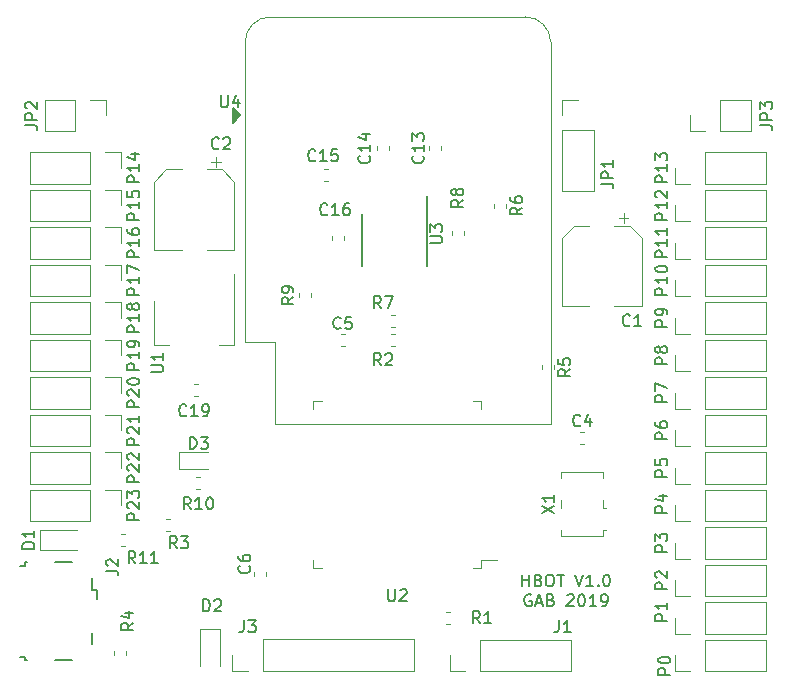
<source format=gbr>
G04 #@! TF.GenerationSoftware,KiCad,Pcbnew,(5.1.2-1)-1*
G04 #@! TF.CreationDate,2019-07-06T18:38:22+02:00*
G04 #@! TF.ProjectId,servonoid,73657276-6f6e-46f6-9964-2e6b69636164,rev?*
G04 #@! TF.SameCoordinates,Original*
G04 #@! TF.FileFunction,Legend,Top*
G04 #@! TF.FilePolarity,Positive*
%FSLAX46Y46*%
G04 Gerber Fmt 4.6, Leading zero omitted, Abs format (unit mm)*
G04 Created by KiCad (PCBNEW (5.1.2-1)-1) date 2019-07-06 18:38:22*
%MOMM*%
%LPD*%
G04 APERTURE LIST*
%ADD10C,0.175000*%
%ADD11C,0.120000*%
%ADD12C,0.150000*%
G04 APERTURE END LIST*
D10*
X162933523Y-121788880D02*
X162933523Y-120788880D01*
X162933523Y-121265071D02*
X163504952Y-121265071D01*
X163504952Y-121788880D02*
X163504952Y-120788880D01*
X164314476Y-121265071D02*
X164457333Y-121312690D01*
X164504952Y-121360309D01*
X164552571Y-121455547D01*
X164552571Y-121598404D01*
X164504952Y-121693642D01*
X164457333Y-121741261D01*
X164362095Y-121788880D01*
X163981142Y-121788880D01*
X163981142Y-120788880D01*
X164314476Y-120788880D01*
X164409714Y-120836500D01*
X164457333Y-120884119D01*
X164504952Y-120979357D01*
X164504952Y-121074595D01*
X164457333Y-121169833D01*
X164409714Y-121217452D01*
X164314476Y-121265071D01*
X163981142Y-121265071D01*
X165171619Y-120788880D02*
X165362095Y-120788880D01*
X165457333Y-120836500D01*
X165552571Y-120931738D01*
X165600190Y-121122214D01*
X165600190Y-121455547D01*
X165552571Y-121646023D01*
X165457333Y-121741261D01*
X165362095Y-121788880D01*
X165171619Y-121788880D01*
X165076380Y-121741261D01*
X164981142Y-121646023D01*
X164933523Y-121455547D01*
X164933523Y-121122214D01*
X164981142Y-120931738D01*
X165076380Y-120836500D01*
X165171619Y-120788880D01*
X165885904Y-120788880D02*
X166457333Y-120788880D01*
X166171619Y-121788880D02*
X166171619Y-120788880D01*
X167409714Y-120788880D02*
X167743047Y-121788880D01*
X168076380Y-120788880D01*
X168933523Y-121788880D02*
X168362095Y-121788880D01*
X168647809Y-121788880D02*
X168647809Y-120788880D01*
X168552571Y-120931738D01*
X168457333Y-121026976D01*
X168362095Y-121074595D01*
X169362095Y-121693642D02*
X169409714Y-121741261D01*
X169362095Y-121788880D01*
X169314476Y-121741261D01*
X169362095Y-121693642D01*
X169362095Y-121788880D01*
X170028761Y-120788880D02*
X170124000Y-120788880D01*
X170219238Y-120836500D01*
X170266857Y-120884119D01*
X170314476Y-120979357D01*
X170362095Y-121169833D01*
X170362095Y-121407928D01*
X170314476Y-121598404D01*
X170266857Y-121693642D01*
X170219238Y-121741261D01*
X170124000Y-121788880D01*
X170028761Y-121788880D01*
X169933523Y-121741261D01*
X169885904Y-121693642D01*
X169838285Y-121598404D01*
X169790666Y-121407928D01*
X169790666Y-121169833D01*
X169838285Y-120979357D01*
X169885904Y-120884119D01*
X169933523Y-120836500D01*
X170028761Y-120788880D01*
X163671619Y-122511500D02*
X163576380Y-122463880D01*
X163433523Y-122463880D01*
X163290666Y-122511500D01*
X163195428Y-122606738D01*
X163147809Y-122701976D01*
X163100190Y-122892452D01*
X163100190Y-123035309D01*
X163147809Y-123225785D01*
X163195428Y-123321023D01*
X163290666Y-123416261D01*
X163433523Y-123463880D01*
X163528761Y-123463880D01*
X163671619Y-123416261D01*
X163719238Y-123368642D01*
X163719238Y-123035309D01*
X163528761Y-123035309D01*
X164100190Y-123178166D02*
X164576380Y-123178166D01*
X164004952Y-123463880D02*
X164338285Y-122463880D01*
X164671619Y-123463880D01*
X165338285Y-122940071D02*
X165481142Y-122987690D01*
X165528761Y-123035309D01*
X165576380Y-123130547D01*
X165576380Y-123273404D01*
X165528761Y-123368642D01*
X165481142Y-123416261D01*
X165385904Y-123463880D01*
X165004952Y-123463880D01*
X165004952Y-122463880D01*
X165338285Y-122463880D01*
X165433523Y-122511500D01*
X165481142Y-122559119D01*
X165528761Y-122654357D01*
X165528761Y-122749595D01*
X165481142Y-122844833D01*
X165433523Y-122892452D01*
X165338285Y-122940071D01*
X165004952Y-122940071D01*
X166719238Y-122559119D02*
X166766857Y-122511500D01*
X166862095Y-122463880D01*
X167100190Y-122463880D01*
X167195428Y-122511500D01*
X167243047Y-122559119D01*
X167290666Y-122654357D01*
X167290666Y-122749595D01*
X167243047Y-122892452D01*
X166671619Y-123463880D01*
X167290666Y-123463880D01*
X167909714Y-122463880D02*
X168004952Y-122463880D01*
X168100190Y-122511500D01*
X168147809Y-122559119D01*
X168195428Y-122654357D01*
X168243047Y-122844833D01*
X168243047Y-123082928D01*
X168195428Y-123273404D01*
X168147809Y-123368642D01*
X168100190Y-123416261D01*
X168004952Y-123463880D01*
X167909714Y-123463880D01*
X167814476Y-123416261D01*
X167766857Y-123368642D01*
X167719238Y-123273404D01*
X167671619Y-123082928D01*
X167671619Y-122844833D01*
X167719238Y-122654357D01*
X167766857Y-122559119D01*
X167814476Y-122511500D01*
X167909714Y-122463880D01*
X169195428Y-123463880D02*
X168624000Y-123463880D01*
X168909714Y-123463880D02*
X168909714Y-122463880D01*
X168814476Y-122606738D01*
X168719238Y-122701976D01*
X168624000Y-122749595D01*
X169671619Y-123463880D02*
X169862095Y-123463880D01*
X169957333Y-123416261D01*
X170004952Y-123368642D01*
X170100190Y-123225785D01*
X170147809Y-123035309D01*
X170147809Y-122654357D01*
X170100190Y-122559119D01*
X170052571Y-122511500D01*
X169957333Y-122463880D01*
X169766857Y-122463880D01*
X169671619Y-122511500D01*
X169624000Y-122559119D01*
X169576380Y-122654357D01*
X169576380Y-122892452D01*
X169624000Y-122987690D01*
X169671619Y-123035309D01*
X169766857Y-123082928D01*
X169957333Y-123082928D01*
X170052571Y-123035309D01*
X170100190Y-122987690D01*
X170147809Y-122892452D01*
D11*
X128973733Y-117346000D02*
X129316267Y-117346000D01*
X128973733Y-118366000D02*
X129316267Y-118366000D01*
X142010000Y-108035000D02*
X165330000Y-108035000D01*
X139470000Y-101135000D02*
X139470000Y-75705000D01*
X165330000Y-108035000D02*
X165330000Y-75705000D01*
X163210000Y-73575000D02*
X141600000Y-73575000D01*
D12*
G36*
X138430000Y-81280000D02*
G01*
X138430000Y-82550000D01*
X139065000Y-81915000D01*
X138430000Y-81280000D01*
G37*
X138430000Y-81280000D02*
X138430000Y-82550000D01*
X139065000Y-81915000D01*
X138430000Y-81280000D01*
D11*
X139470000Y-101135000D02*
X142010000Y-101135000D01*
X142010000Y-101135000D02*
X142010000Y-108035000D01*
X139470000Y-75705000D02*
G75*
G02X141600000Y-73575000I2130000J0D01*
G01*
X163200000Y-73575000D02*
G75*
G02X165330000Y-75705000I0J-2130000D01*
G01*
X131736000Y-101360000D02*
X132996000Y-101360000D01*
X138556000Y-101360000D02*
X137296000Y-101360000D01*
X131736000Y-97600000D02*
X131736000Y-101360000D01*
X138556000Y-95350000D02*
X138556000Y-101360000D01*
X145935000Y-106055000D02*
X145235000Y-106055000D01*
X145235000Y-106055000D02*
X145235000Y-106755000D01*
X158755000Y-106055000D02*
X159455000Y-106055000D01*
X159455000Y-106055000D02*
X159455000Y-106755000D01*
X145935000Y-120275000D02*
X145235000Y-120275000D01*
X145235000Y-120275000D02*
X145235000Y-119575000D01*
X158755000Y-120275000D02*
X159455000Y-120275000D01*
X159455000Y-120275000D02*
X159455000Y-119575000D01*
X159455000Y-119575000D02*
X160820000Y-119575000D01*
X131736000Y-93310000D02*
X134086000Y-93310000D01*
X138556000Y-93310000D02*
X136206000Y-93310000D01*
X138556000Y-87554437D02*
X138556000Y-93310000D01*
X131736000Y-87554437D02*
X131736000Y-93310000D01*
X132800437Y-86490000D02*
X134086000Y-86490000D01*
X137491563Y-86490000D02*
X136206000Y-86490000D01*
X137491563Y-86490000D02*
X138556000Y-87554437D01*
X132800437Y-86490000D02*
X131736000Y-87554437D01*
X136993500Y-85462500D02*
X136993500Y-86250000D01*
X137387250Y-85856250D02*
X136599750Y-85856250D01*
X167835733Y-109730000D02*
X168178267Y-109730000D01*
X167835733Y-108710000D02*
X168178267Y-108710000D01*
X147543733Y-101475000D02*
X147886267Y-101475000D01*
X147543733Y-100455000D02*
X147886267Y-100455000D01*
X141226000Y-120591733D02*
X141226000Y-120934267D01*
X140206000Y-120591733D02*
X140206000Y-120934267D01*
X156085000Y-84866267D02*
X156085000Y-84523733D01*
X155065000Y-84866267D02*
X155065000Y-84523733D01*
X151640000Y-84523733D02*
X151640000Y-84866267D01*
X150620000Y-84523733D02*
X150620000Y-84866267D01*
X146461267Y-86485000D02*
X146118733Y-86485000D01*
X146461267Y-87505000D02*
X146118733Y-87505000D01*
X147830000Y-92143733D02*
X147830000Y-92486267D01*
X146810000Y-92143733D02*
X146810000Y-92486267D01*
X122072000Y-117006000D02*
X125222000Y-117006000D01*
X122072000Y-118706000D02*
X125222000Y-118706000D01*
X122072000Y-117006000D02*
X122072000Y-118706000D01*
X137375000Y-125374000D02*
X135675000Y-125374000D01*
X135675000Y-125374000D02*
X135675000Y-128524000D01*
X137375000Y-125374000D02*
X137375000Y-128524000D01*
D12*
X124784000Y-119760000D02*
X123384000Y-119760000D01*
X120984000Y-119760000D02*
X120834000Y-119760000D01*
X120834000Y-119760000D02*
X120834000Y-120060000D01*
X120834000Y-120060000D02*
X120384000Y-120060000D01*
X120384000Y-127760000D02*
X120834000Y-127760000D01*
X120834000Y-127760000D02*
X120834000Y-128060000D01*
X120834000Y-128060000D02*
X120984000Y-128060000D01*
X123384000Y-128060000D02*
X124784000Y-128060000D01*
X126959000Y-122835000D02*
X126959000Y-122110000D01*
X126959000Y-122110000D02*
X126534000Y-122110000D01*
X126534000Y-122110000D02*
X126534000Y-121110000D01*
X126534000Y-125710000D02*
X126534000Y-126710000D01*
D11*
X153730000Y-128930000D02*
X153730000Y-126270000D01*
X140970000Y-128930000D02*
X153730000Y-128930000D01*
X140970000Y-126270000D02*
X153730000Y-126270000D01*
X140970000Y-128930000D02*
X140970000Y-126270000D01*
X139700000Y-128930000D02*
X138370000Y-128930000D01*
X138370000Y-128930000D02*
X138370000Y-127600000D01*
X183575000Y-128965000D02*
X183575000Y-126305000D01*
X178435000Y-128965000D02*
X183575000Y-128965000D01*
X178435000Y-126305000D02*
X183575000Y-126305000D01*
X178435000Y-128965000D02*
X178435000Y-126305000D01*
X177165000Y-128965000D02*
X175835000Y-128965000D01*
X175835000Y-128965000D02*
X175835000Y-127635000D01*
X175835000Y-125790000D02*
X175835000Y-124460000D01*
X177165000Y-125790000D02*
X175835000Y-125790000D01*
X178435000Y-125790000D02*
X178435000Y-123130000D01*
X178435000Y-123130000D02*
X183575000Y-123130000D01*
X178435000Y-125790000D02*
X183575000Y-125790000D01*
X183575000Y-125790000D02*
X183575000Y-123130000D01*
X183575000Y-122615000D02*
X183575000Y-119955000D01*
X178435000Y-122615000D02*
X183575000Y-122615000D01*
X178435000Y-119955000D02*
X183575000Y-119955000D01*
X178435000Y-122615000D02*
X178435000Y-119955000D01*
X177165000Y-122615000D02*
X175835000Y-122615000D01*
X175835000Y-122615000D02*
X175835000Y-121285000D01*
X175835000Y-119440000D02*
X175835000Y-118110000D01*
X177165000Y-119440000D02*
X175835000Y-119440000D01*
X178435000Y-119440000D02*
X178435000Y-116780000D01*
X178435000Y-116780000D02*
X183575000Y-116780000D01*
X178435000Y-119440000D02*
X183575000Y-119440000D01*
X183575000Y-119440000D02*
X183575000Y-116780000D01*
X183575000Y-116265000D02*
X183575000Y-113605000D01*
X178435000Y-116265000D02*
X183575000Y-116265000D01*
X178435000Y-113605000D02*
X183575000Y-113605000D01*
X178435000Y-116265000D02*
X178435000Y-113605000D01*
X177165000Y-116265000D02*
X175835000Y-116265000D01*
X175835000Y-116265000D02*
X175835000Y-114935000D01*
X175835000Y-113090000D02*
X175835000Y-111760000D01*
X177165000Y-113090000D02*
X175835000Y-113090000D01*
X178435000Y-113090000D02*
X178435000Y-110430000D01*
X178435000Y-110430000D02*
X183575000Y-110430000D01*
X178435000Y-113090000D02*
X183575000Y-113090000D01*
X183575000Y-113090000D02*
X183575000Y-110430000D01*
X183575000Y-109915000D02*
X183575000Y-107255000D01*
X178435000Y-109915000D02*
X183575000Y-109915000D01*
X178435000Y-107255000D02*
X183575000Y-107255000D01*
X178435000Y-109915000D02*
X178435000Y-107255000D01*
X177165000Y-109915000D02*
X175835000Y-109915000D01*
X175835000Y-109915000D02*
X175835000Y-108585000D01*
X183575000Y-106740000D02*
X183575000Y-104080000D01*
X178435000Y-106740000D02*
X183575000Y-106740000D01*
X178435000Y-104080000D02*
X183575000Y-104080000D01*
X178435000Y-106740000D02*
X178435000Y-104080000D01*
X177165000Y-106740000D02*
X175835000Y-106740000D01*
X175835000Y-106740000D02*
X175835000Y-105410000D01*
X183575000Y-103565000D02*
X183575000Y-100905000D01*
X178435000Y-103565000D02*
X183575000Y-103565000D01*
X178435000Y-100905000D02*
X183575000Y-100905000D01*
X178435000Y-103565000D02*
X178435000Y-100905000D01*
X177165000Y-103565000D02*
X175835000Y-103565000D01*
X175835000Y-103565000D02*
X175835000Y-102235000D01*
X175835000Y-100390000D02*
X175835000Y-99060000D01*
X177165000Y-100390000D02*
X175835000Y-100390000D01*
X178435000Y-100390000D02*
X178435000Y-97730000D01*
X178435000Y-97730000D02*
X183575000Y-97730000D01*
X178435000Y-100390000D02*
X183575000Y-100390000D01*
X183575000Y-100390000D02*
X183575000Y-97730000D01*
X183575000Y-97215000D02*
X183575000Y-94555000D01*
X178435000Y-97215000D02*
X183575000Y-97215000D01*
X178435000Y-94555000D02*
X183575000Y-94555000D01*
X178435000Y-97215000D02*
X178435000Y-94555000D01*
X177165000Y-97215000D02*
X175835000Y-97215000D01*
X175835000Y-97215000D02*
X175835000Y-95885000D01*
X175835000Y-94040000D02*
X175835000Y-92710000D01*
X177165000Y-94040000D02*
X175835000Y-94040000D01*
X178435000Y-94040000D02*
X178435000Y-91380000D01*
X178435000Y-91380000D02*
X183575000Y-91380000D01*
X178435000Y-94040000D02*
X183575000Y-94040000D01*
X183575000Y-94040000D02*
X183575000Y-91380000D01*
X183575000Y-90865000D02*
X183575000Y-88205000D01*
X178435000Y-90865000D02*
X183575000Y-90865000D01*
X178435000Y-88205000D02*
X183575000Y-88205000D01*
X178435000Y-90865000D02*
X178435000Y-88205000D01*
X177165000Y-90865000D02*
X175835000Y-90865000D01*
X175835000Y-90865000D02*
X175835000Y-89535000D01*
X175835000Y-87690000D02*
X175835000Y-86360000D01*
X177165000Y-87690000D02*
X175835000Y-87690000D01*
X178435000Y-87690000D02*
X178435000Y-85030000D01*
X178435000Y-85030000D02*
X183575000Y-85030000D01*
X178435000Y-87690000D02*
X183575000Y-87690000D01*
X183575000Y-87690000D02*
X183575000Y-85030000D01*
X128965000Y-85030000D02*
X128965000Y-86360000D01*
X127635000Y-85030000D02*
X128965000Y-85030000D01*
X126365000Y-85030000D02*
X126365000Y-87690000D01*
X126365000Y-87690000D02*
X121225000Y-87690000D01*
X126365000Y-85030000D02*
X121225000Y-85030000D01*
X121225000Y-85030000D02*
X121225000Y-87690000D01*
X128965000Y-88205000D02*
X128965000Y-89535000D01*
X127635000Y-88205000D02*
X128965000Y-88205000D01*
X126365000Y-88205000D02*
X126365000Y-90865000D01*
X126365000Y-90865000D02*
X121225000Y-90865000D01*
X126365000Y-88205000D02*
X121225000Y-88205000D01*
X121225000Y-88205000D02*
X121225000Y-90865000D01*
X121225000Y-91380000D02*
X121225000Y-94040000D01*
X126365000Y-91380000D02*
X121225000Y-91380000D01*
X126365000Y-94040000D02*
X121225000Y-94040000D01*
X126365000Y-91380000D02*
X126365000Y-94040000D01*
X127635000Y-91380000D02*
X128965000Y-91380000D01*
X128965000Y-91380000D02*
X128965000Y-92710000D01*
X128965000Y-94555000D02*
X128965000Y-95885000D01*
X127635000Y-94555000D02*
X128965000Y-94555000D01*
X126365000Y-94555000D02*
X126365000Y-97215000D01*
X126365000Y-97215000D02*
X121225000Y-97215000D01*
X126365000Y-94555000D02*
X121225000Y-94555000D01*
X121225000Y-94555000D02*
X121225000Y-97215000D01*
X128965000Y-97730000D02*
X128965000Y-99060000D01*
X127635000Y-97730000D02*
X128965000Y-97730000D01*
X126365000Y-97730000D02*
X126365000Y-100390000D01*
X126365000Y-100390000D02*
X121225000Y-100390000D01*
X126365000Y-97730000D02*
X121225000Y-97730000D01*
X121225000Y-97730000D02*
X121225000Y-100390000D01*
X121225000Y-100905000D02*
X121225000Y-103565000D01*
X126365000Y-100905000D02*
X121225000Y-100905000D01*
X126365000Y-103565000D02*
X121225000Y-103565000D01*
X126365000Y-100905000D02*
X126365000Y-103565000D01*
X127635000Y-100905000D02*
X128965000Y-100905000D01*
X128965000Y-100905000D02*
X128965000Y-102235000D01*
X128965000Y-104080000D02*
X128965000Y-105410000D01*
X127635000Y-104080000D02*
X128965000Y-104080000D01*
X126365000Y-104080000D02*
X126365000Y-106740000D01*
X126365000Y-106740000D02*
X121225000Y-106740000D01*
X126365000Y-104080000D02*
X121225000Y-104080000D01*
X121225000Y-104080000D02*
X121225000Y-106740000D01*
X121225000Y-107255000D02*
X121225000Y-109915000D01*
X126365000Y-107255000D02*
X121225000Y-107255000D01*
X126365000Y-109915000D02*
X121225000Y-109915000D01*
X126365000Y-107255000D02*
X126365000Y-109915000D01*
X127635000Y-107255000D02*
X128965000Y-107255000D01*
X128965000Y-107255000D02*
X128965000Y-108585000D01*
X128965000Y-110430000D02*
X128965000Y-111760000D01*
X127635000Y-110430000D02*
X128965000Y-110430000D01*
X126365000Y-110430000D02*
X126365000Y-113090000D01*
X126365000Y-113090000D02*
X121225000Y-113090000D01*
X126365000Y-110430000D02*
X121225000Y-110430000D01*
X121225000Y-110430000D02*
X121225000Y-113090000D01*
X121225000Y-113605000D02*
X121225000Y-116265000D01*
X126365000Y-113605000D02*
X121225000Y-113605000D01*
X126365000Y-116265000D02*
X121225000Y-116265000D01*
X126365000Y-113605000D02*
X126365000Y-116265000D01*
X127635000Y-113605000D02*
X128965000Y-113605000D01*
X128965000Y-113605000D02*
X128965000Y-114935000D01*
X156776267Y-124970000D02*
X156433733Y-124970000D01*
X156776267Y-123950000D02*
X156433733Y-123950000D01*
X151833733Y-101475000D02*
X152176267Y-101475000D01*
X151833733Y-100455000D02*
X152176267Y-100455000D01*
X132783733Y-117096000D02*
X133126267Y-117096000D01*
X132783733Y-116076000D02*
X133126267Y-116076000D01*
X129415000Y-127223733D02*
X129415000Y-127566267D01*
X128395000Y-127223733D02*
X128395000Y-127566267D01*
X165610000Y-103065733D02*
X165610000Y-103408267D01*
X164590000Y-103065733D02*
X164590000Y-103408267D01*
X160526000Y-89377733D02*
X160526000Y-89720267D01*
X161546000Y-89377733D02*
X161546000Y-89720267D01*
D12*
X149365000Y-90285000D02*
X149365000Y-94685000D01*
X154890000Y-88710000D02*
X154890000Y-94685000D01*
D11*
X166178000Y-112638000D02*
X166178000Y-112108000D01*
X166178000Y-112108000D02*
X169778000Y-112108000D01*
X169778000Y-112108000D02*
X169778000Y-112638000D01*
X166178000Y-115178000D02*
X166178000Y-114438000D01*
X170018000Y-116978000D02*
X169778000Y-116978000D01*
X169778000Y-116978000D02*
X169778000Y-117508000D01*
X169778000Y-117508000D02*
X166178000Y-117508000D01*
X166178000Y-117508000D02*
X166178000Y-116978000D01*
X169778000Y-114438000D02*
X169778000Y-115178000D01*
X169778000Y-115178000D02*
X170018000Y-115178000D01*
X152176267Y-98804000D02*
X151833733Y-98804000D01*
X152176267Y-99824000D02*
X151833733Y-99824000D01*
X156970000Y-92006267D02*
X156970000Y-91663733D01*
X157990000Y-92006267D02*
X157990000Y-91663733D01*
X167065000Y-128965000D02*
X167065000Y-126305000D01*
X159385000Y-128965000D02*
X167065000Y-128965000D01*
X159385000Y-126305000D02*
X167065000Y-126305000D01*
X159385000Y-128965000D02*
X159385000Y-126305000D01*
X158115000Y-128965000D02*
X156785000Y-128965000D01*
X156785000Y-128965000D02*
X156785000Y-127635000D01*
X144016000Y-97312267D02*
X144016000Y-96969733D01*
X145036000Y-97312267D02*
X145036000Y-96969733D01*
X166310000Y-88325000D02*
X168970000Y-88325000D01*
X166310000Y-83185000D02*
X166310000Y-88325000D01*
X168970000Y-83185000D02*
X168970000Y-88325000D01*
X166310000Y-83185000D02*
X168970000Y-83185000D01*
X166310000Y-81915000D02*
X166310000Y-80585000D01*
X166310000Y-80585000D02*
X167640000Y-80585000D01*
X122495000Y-80585000D02*
X122495000Y-83245000D01*
X125095000Y-80585000D02*
X122495000Y-80585000D01*
X125095000Y-83245000D02*
X122495000Y-83245000D01*
X125095000Y-80585000D02*
X125095000Y-83245000D01*
X126365000Y-80585000D02*
X127695000Y-80585000D01*
X127695000Y-80585000D02*
X127695000Y-81915000D01*
X177105000Y-83245000D02*
X177105000Y-81915000D01*
X178435000Y-83245000D02*
X177105000Y-83245000D01*
X179705000Y-83245000D02*
X179705000Y-80585000D01*
X179705000Y-80585000D02*
X182305000Y-80585000D01*
X179705000Y-83245000D02*
X182305000Y-83245000D01*
X182305000Y-83245000D02*
X182305000Y-80585000D01*
X166262000Y-98058000D02*
X168612000Y-98058000D01*
X173082000Y-98058000D02*
X170732000Y-98058000D01*
X173082000Y-92302437D02*
X173082000Y-98058000D01*
X166262000Y-92302437D02*
X166262000Y-98058000D01*
X167326437Y-91238000D02*
X168612000Y-91238000D01*
X172017563Y-91238000D02*
X170732000Y-91238000D01*
X172017563Y-91238000D02*
X173082000Y-92302437D01*
X167326437Y-91238000D02*
X166262000Y-92302437D01*
X171519500Y-90210500D02*
X171519500Y-90998000D01*
X171913250Y-90604250D02*
X171125750Y-90604250D01*
X135097733Y-104646000D02*
X135440267Y-104646000D01*
X135097733Y-105666000D02*
X135440267Y-105666000D01*
X136323000Y-110390000D02*
X133863000Y-110390000D01*
X133863000Y-110390000D02*
X133863000Y-111860000D01*
X133863000Y-111860000D02*
X136323000Y-111860000D01*
X135323733Y-112520000D02*
X135666267Y-112520000D01*
X135323733Y-113540000D02*
X135666267Y-113540000D01*
D12*
X130167142Y-119832380D02*
X129833809Y-119356190D01*
X129595714Y-119832380D02*
X129595714Y-118832380D01*
X129976666Y-118832380D01*
X130071904Y-118880000D01*
X130119523Y-118927619D01*
X130167142Y-119022857D01*
X130167142Y-119165714D01*
X130119523Y-119260952D01*
X130071904Y-119308571D01*
X129976666Y-119356190D01*
X129595714Y-119356190D01*
X131119523Y-119832380D02*
X130548095Y-119832380D01*
X130833809Y-119832380D02*
X130833809Y-118832380D01*
X130738571Y-118975238D01*
X130643333Y-119070476D01*
X130548095Y-119118095D01*
X132071904Y-119832380D02*
X131500476Y-119832380D01*
X131786190Y-119832380D02*
X131786190Y-118832380D01*
X131690952Y-118975238D01*
X131595714Y-119070476D01*
X131500476Y-119118095D01*
X137414095Y-80224380D02*
X137414095Y-81033904D01*
X137461714Y-81129142D01*
X137509333Y-81176761D01*
X137604571Y-81224380D01*
X137795047Y-81224380D01*
X137890285Y-81176761D01*
X137937904Y-81129142D01*
X137985523Y-81033904D01*
X137985523Y-80224380D01*
X138890285Y-80557714D02*
X138890285Y-81224380D01*
X138652190Y-80176761D02*
X138414095Y-80891047D01*
X139033142Y-80891047D01*
X131532380Y-103631904D02*
X132341904Y-103631904D01*
X132437142Y-103584285D01*
X132484761Y-103536666D01*
X132532380Y-103441428D01*
X132532380Y-103250952D01*
X132484761Y-103155714D01*
X132437142Y-103108095D01*
X132341904Y-103060476D01*
X131532380Y-103060476D01*
X132532380Y-102060476D02*
X132532380Y-102631904D01*
X132532380Y-102346190D02*
X131532380Y-102346190D01*
X131675238Y-102441428D01*
X131770476Y-102536666D01*
X131818095Y-102631904D01*
X151583095Y-122037380D02*
X151583095Y-122846904D01*
X151630714Y-122942142D01*
X151678333Y-122989761D01*
X151773571Y-123037380D01*
X151964047Y-123037380D01*
X152059285Y-122989761D01*
X152106904Y-122942142D01*
X152154523Y-122846904D01*
X152154523Y-122037380D01*
X152583095Y-122132619D02*
X152630714Y-122085000D01*
X152725952Y-122037380D01*
X152964047Y-122037380D01*
X153059285Y-122085000D01*
X153106904Y-122132619D01*
X153154523Y-122227857D01*
X153154523Y-122323095D01*
X153106904Y-122465952D01*
X152535476Y-123037380D01*
X153154523Y-123037380D01*
X137247333Y-84685142D02*
X137199714Y-84732761D01*
X137056857Y-84780380D01*
X136961619Y-84780380D01*
X136818761Y-84732761D01*
X136723523Y-84637523D01*
X136675904Y-84542285D01*
X136628285Y-84351809D01*
X136628285Y-84208952D01*
X136675904Y-84018476D01*
X136723523Y-83923238D01*
X136818761Y-83828000D01*
X136961619Y-83780380D01*
X137056857Y-83780380D01*
X137199714Y-83828000D01*
X137247333Y-83875619D01*
X137628285Y-83875619D02*
X137675904Y-83828000D01*
X137771142Y-83780380D01*
X138009238Y-83780380D01*
X138104476Y-83828000D01*
X138152095Y-83875619D01*
X138199714Y-83970857D01*
X138199714Y-84066095D01*
X138152095Y-84208952D01*
X137580666Y-84780380D01*
X138199714Y-84780380D01*
X167840333Y-108147142D02*
X167792714Y-108194761D01*
X167649857Y-108242380D01*
X167554619Y-108242380D01*
X167411761Y-108194761D01*
X167316523Y-108099523D01*
X167268904Y-108004285D01*
X167221285Y-107813809D01*
X167221285Y-107670952D01*
X167268904Y-107480476D01*
X167316523Y-107385238D01*
X167411761Y-107290000D01*
X167554619Y-107242380D01*
X167649857Y-107242380D01*
X167792714Y-107290000D01*
X167840333Y-107337619D01*
X168697476Y-107575714D02*
X168697476Y-108242380D01*
X168459380Y-107194761D02*
X168221285Y-107909047D01*
X168840333Y-107909047D01*
X147548333Y-99892142D02*
X147500714Y-99939761D01*
X147357857Y-99987380D01*
X147262619Y-99987380D01*
X147119761Y-99939761D01*
X147024523Y-99844523D01*
X146976904Y-99749285D01*
X146929285Y-99558809D01*
X146929285Y-99415952D01*
X146976904Y-99225476D01*
X147024523Y-99130238D01*
X147119761Y-99035000D01*
X147262619Y-98987380D01*
X147357857Y-98987380D01*
X147500714Y-99035000D01*
X147548333Y-99082619D01*
X148453095Y-98987380D02*
X147976904Y-98987380D01*
X147929285Y-99463571D01*
X147976904Y-99415952D01*
X148072142Y-99368333D01*
X148310238Y-99368333D01*
X148405476Y-99415952D01*
X148453095Y-99463571D01*
X148500714Y-99558809D01*
X148500714Y-99796904D01*
X148453095Y-99892142D01*
X148405476Y-99939761D01*
X148310238Y-99987380D01*
X148072142Y-99987380D01*
X147976904Y-99939761D01*
X147929285Y-99892142D01*
X139803142Y-120054666D02*
X139850761Y-120102285D01*
X139898380Y-120245142D01*
X139898380Y-120340380D01*
X139850761Y-120483238D01*
X139755523Y-120578476D01*
X139660285Y-120626095D01*
X139469809Y-120673714D01*
X139326952Y-120673714D01*
X139136476Y-120626095D01*
X139041238Y-120578476D01*
X138946000Y-120483238D01*
X138898380Y-120340380D01*
X138898380Y-120245142D01*
X138946000Y-120102285D01*
X138993619Y-120054666D01*
X138898380Y-119197523D02*
X138898380Y-119388000D01*
X138946000Y-119483238D01*
X138993619Y-119530857D01*
X139136476Y-119626095D01*
X139326952Y-119673714D01*
X139707904Y-119673714D01*
X139803142Y-119626095D01*
X139850761Y-119578476D01*
X139898380Y-119483238D01*
X139898380Y-119292761D01*
X139850761Y-119197523D01*
X139803142Y-119149904D01*
X139707904Y-119102285D01*
X139469809Y-119102285D01*
X139374571Y-119149904D01*
X139326952Y-119197523D01*
X139279333Y-119292761D01*
X139279333Y-119483238D01*
X139326952Y-119578476D01*
X139374571Y-119626095D01*
X139469809Y-119673714D01*
X154502142Y-85337857D02*
X154549761Y-85385476D01*
X154597380Y-85528333D01*
X154597380Y-85623571D01*
X154549761Y-85766428D01*
X154454523Y-85861666D01*
X154359285Y-85909285D01*
X154168809Y-85956904D01*
X154025952Y-85956904D01*
X153835476Y-85909285D01*
X153740238Y-85861666D01*
X153645000Y-85766428D01*
X153597380Y-85623571D01*
X153597380Y-85528333D01*
X153645000Y-85385476D01*
X153692619Y-85337857D01*
X154597380Y-84385476D02*
X154597380Y-84956904D01*
X154597380Y-84671190D02*
X153597380Y-84671190D01*
X153740238Y-84766428D01*
X153835476Y-84861666D01*
X153883095Y-84956904D01*
X153597380Y-84052142D02*
X153597380Y-83433095D01*
X153978333Y-83766428D01*
X153978333Y-83623571D01*
X154025952Y-83528333D01*
X154073571Y-83480714D01*
X154168809Y-83433095D01*
X154406904Y-83433095D01*
X154502142Y-83480714D01*
X154549761Y-83528333D01*
X154597380Y-83623571D01*
X154597380Y-83909285D01*
X154549761Y-84004523D01*
X154502142Y-84052142D01*
X149963142Y-85337857D02*
X150010761Y-85385476D01*
X150058380Y-85528333D01*
X150058380Y-85623571D01*
X150010761Y-85766428D01*
X149915523Y-85861666D01*
X149820285Y-85909285D01*
X149629809Y-85956904D01*
X149486952Y-85956904D01*
X149296476Y-85909285D01*
X149201238Y-85861666D01*
X149106000Y-85766428D01*
X149058380Y-85623571D01*
X149058380Y-85528333D01*
X149106000Y-85385476D01*
X149153619Y-85337857D01*
X150058380Y-84385476D02*
X150058380Y-84956904D01*
X150058380Y-84671190D02*
X149058380Y-84671190D01*
X149201238Y-84766428D01*
X149296476Y-84861666D01*
X149344095Y-84956904D01*
X149391714Y-83528333D02*
X150058380Y-83528333D01*
X149010761Y-83766428D02*
X149725047Y-84004523D01*
X149725047Y-83385476D01*
X145407142Y-85701142D02*
X145359523Y-85748761D01*
X145216666Y-85796380D01*
X145121428Y-85796380D01*
X144978571Y-85748761D01*
X144883333Y-85653523D01*
X144835714Y-85558285D01*
X144788095Y-85367809D01*
X144788095Y-85224952D01*
X144835714Y-85034476D01*
X144883333Y-84939238D01*
X144978571Y-84844000D01*
X145121428Y-84796380D01*
X145216666Y-84796380D01*
X145359523Y-84844000D01*
X145407142Y-84891619D01*
X146359523Y-85796380D02*
X145788095Y-85796380D01*
X146073809Y-85796380D02*
X146073809Y-84796380D01*
X145978571Y-84939238D01*
X145883333Y-85034476D01*
X145788095Y-85082095D01*
X147264285Y-84796380D02*
X146788095Y-84796380D01*
X146740476Y-85272571D01*
X146788095Y-85224952D01*
X146883333Y-85177333D01*
X147121428Y-85177333D01*
X147216666Y-85224952D01*
X147264285Y-85272571D01*
X147311904Y-85367809D01*
X147311904Y-85605904D01*
X147264285Y-85701142D01*
X147216666Y-85748761D01*
X147121428Y-85796380D01*
X146883333Y-85796380D01*
X146788095Y-85748761D01*
X146740476Y-85701142D01*
X146423142Y-90273142D02*
X146375523Y-90320761D01*
X146232666Y-90368380D01*
X146137428Y-90368380D01*
X145994571Y-90320761D01*
X145899333Y-90225523D01*
X145851714Y-90130285D01*
X145804095Y-89939809D01*
X145804095Y-89796952D01*
X145851714Y-89606476D01*
X145899333Y-89511238D01*
X145994571Y-89416000D01*
X146137428Y-89368380D01*
X146232666Y-89368380D01*
X146375523Y-89416000D01*
X146423142Y-89463619D01*
X147375523Y-90368380D02*
X146804095Y-90368380D01*
X147089809Y-90368380D02*
X147089809Y-89368380D01*
X146994571Y-89511238D01*
X146899333Y-89606476D01*
X146804095Y-89654095D01*
X148232666Y-89368380D02*
X148042190Y-89368380D01*
X147946952Y-89416000D01*
X147899333Y-89463619D01*
X147804095Y-89606476D01*
X147756476Y-89796952D01*
X147756476Y-90177904D01*
X147804095Y-90273142D01*
X147851714Y-90320761D01*
X147946952Y-90368380D01*
X148137428Y-90368380D01*
X148232666Y-90320761D01*
X148280285Y-90273142D01*
X148327904Y-90177904D01*
X148327904Y-89939809D01*
X148280285Y-89844571D01*
X148232666Y-89796952D01*
X148137428Y-89749333D01*
X147946952Y-89749333D01*
X147851714Y-89796952D01*
X147804095Y-89844571D01*
X147756476Y-89939809D01*
X121610380Y-118594095D02*
X120610380Y-118594095D01*
X120610380Y-118356000D01*
X120658000Y-118213142D01*
X120753238Y-118117904D01*
X120848476Y-118070285D01*
X121038952Y-118022666D01*
X121181809Y-118022666D01*
X121372285Y-118070285D01*
X121467523Y-118117904D01*
X121562761Y-118213142D01*
X121610380Y-118356000D01*
X121610380Y-118594095D01*
X121610380Y-117070285D02*
X121610380Y-117641714D01*
X121610380Y-117356000D02*
X120610380Y-117356000D01*
X120753238Y-117451238D01*
X120848476Y-117546476D01*
X120896095Y-117641714D01*
X135913904Y-123896380D02*
X135913904Y-122896380D01*
X136152000Y-122896380D01*
X136294857Y-122944000D01*
X136390095Y-123039238D01*
X136437714Y-123134476D01*
X136485333Y-123324952D01*
X136485333Y-123467809D01*
X136437714Y-123658285D01*
X136390095Y-123753523D01*
X136294857Y-123848761D01*
X136152000Y-123896380D01*
X135913904Y-123896380D01*
X136866285Y-122991619D02*
X136913904Y-122944000D01*
X137009142Y-122896380D01*
X137247238Y-122896380D01*
X137342476Y-122944000D01*
X137390095Y-122991619D01*
X137437714Y-123086857D01*
X137437714Y-123182095D01*
X137390095Y-123324952D01*
X136818666Y-123896380D01*
X137437714Y-123896380D01*
X127722380Y-120475333D02*
X128436666Y-120475333D01*
X128579523Y-120522952D01*
X128674761Y-120618190D01*
X128722380Y-120761047D01*
X128722380Y-120856285D01*
X127817619Y-120046761D02*
X127770000Y-119999142D01*
X127722380Y-119903904D01*
X127722380Y-119665809D01*
X127770000Y-119570571D01*
X127817619Y-119522952D01*
X127912857Y-119475333D01*
X128008095Y-119475333D01*
X128150952Y-119522952D01*
X128722380Y-120094380D01*
X128722380Y-119475333D01*
X139366666Y-124674380D02*
X139366666Y-125388666D01*
X139319047Y-125531523D01*
X139223809Y-125626761D01*
X139080952Y-125674380D01*
X138985714Y-125674380D01*
X139747619Y-124674380D02*
X140366666Y-124674380D01*
X140033333Y-125055333D01*
X140176190Y-125055333D01*
X140271428Y-125102952D01*
X140319047Y-125150571D01*
X140366666Y-125245809D01*
X140366666Y-125483904D01*
X140319047Y-125579142D01*
X140271428Y-125626761D01*
X140176190Y-125674380D01*
X139890476Y-125674380D01*
X139795238Y-125626761D01*
X139747619Y-125579142D01*
X175458380Y-129262095D02*
X174458380Y-129262095D01*
X174458380Y-128881142D01*
X174506000Y-128785904D01*
X174553619Y-128738285D01*
X174648857Y-128690666D01*
X174791714Y-128690666D01*
X174886952Y-128738285D01*
X174934571Y-128785904D01*
X174982190Y-128881142D01*
X174982190Y-129262095D01*
X174458380Y-128071619D02*
X174458380Y-127976380D01*
X174506000Y-127881142D01*
X174553619Y-127833523D01*
X174648857Y-127785904D01*
X174839333Y-127738285D01*
X175077428Y-127738285D01*
X175267904Y-127785904D01*
X175363142Y-127833523D01*
X175410761Y-127881142D01*
X175458380Y-127976380D01*
X175458380Y-128071619D01*
X175410761Y-128166857D01*
X175363142Y-128214476D01*
X175267904Y-128262095D01*
X175077428Y-128309714D01*
X174839333Y-128309714D01*
X174648857Y-128262095D01*
X174553619Y-128214476D01*
X174506000Y-128166857D01*
X174458380Y-128071619D01*
X175204380Y-124690095D02*
X174204380Y-124690095D01*
X174204380Y-124309142D01*
X174252000Y-124213904D01*
X174299619Y-124166285D01*
X174394857Y-124118666D01*
X174537714Y-124118666D01*
X174632952Y-124166285D01*
X174680571Y-124213904D01*
X174728190Y-124309142D01*
X174728190Y-124690095D01*
X175204380Y-123166285D02*
X175204380Y-123737714D01*
X175204380Y-123452000D02*
X174204380Y-123452000D01*
X174347238Y-123547238D01*
X174442476Y-123642476D01*
X174490095Y-123737714D01*
X175204380Y-122023095D02*
X174204380Y-122023095D01*
X174204380Y-121642142D01*
X174252000Y-121546904D01*
X174299619Y-121499285D01*
X174394857Y-121451666D01*
X174537714Y-121451666D01*
X174632952Y-121499285D01*
X174680571Y-121546904D01*
X174728190Y-121642142D01*
X174728190Y-122023095D01*
X174299619Y-121070714D02*
X174252000Y-121023095D01*
X174204380Y-120927857D01*
X174204380Y-120689761D01*
X174252000Y-120594523D01*
X174299619Y-120546904D01*
X174394857Y-120499285D01*
X174490095Y-120499285D01*
X174632952Y-120546904D01*
X175204380Y-121118333D01*
X175204380Y-120499285D01*
X175204380Y-118848095D02*
X174204380Y-118848095D01*
X174204380Y-118467142D01*
X174252000Y-118371904D01*
X174299619Y-118324285D01*
X174394857Y-118276666D01*
X174537714Y-118276666D01*
X174632952Y-118324285D01*
X174680571Y-118371904D01*
X174728190Y-118467142D01*
X174728190Y-118848095D01*
X174204380Y-117943333D02*
X174204380Y-117324285D01*
X174585333Y-117657619D01*
X174585333Y-117514761D01*
X174632952Y-117419523D01*
X174680571Y-117371904D01*
X174775809Y-117324285D01*
X175013904Y-117324285D01*
X175109142Y-117371904D01*
X175156761Y-117419523D01*
X175204380Y-117514761D01*
X175204380Y-117800476D01*
X175156761Y-117895714D01*
X175109142Y-117943333D01*
X175204380Y-115546095D02*
X174204380Y-115546095D01*
X174204380Y-115165142D01*
X174252000Y-115069904D01*
X174299619Y-115022285D01*
X174394857Y-114974666D01*
X174537714Y-114974666D01*
X174632952Y-115022285D01*
X174680571Y-115069904D01*
X174728190Y-115165142D01*
X174728190Y-115546095D01*
X174537714Y-114117523D02*
X175204380Y-114117523D01*
X174156761Y-114355619D02*
X174871047Y-114593714D01*
X174871047Y-113974666D01*
X175204380Y-112498095D02*
X174204380Y-112498095D01*
X174204380Y-112117142D01*
X174252000Y-112021904D01*
X174299619Y-111974285D01*
X174394857Y-111926666D01*
X174537714Y-111926666D01*
X174632952Y-111974285D01*
X174680571Y-112021904D01*
X174728190Y-112117142D01*
X174728190Y-112498095D01*
X174204380Y-111021904D02*
X174204380Y-111498095D01*
X174680571Y-111545714D01*
X174632952Y-111498095D01*
X174585333Y-111402857D01*
X174585333Y-111164761D01*
X174632952Y-111069523D01*
X174680571Y-111021904D01*
X174775809Y-110974285D01*
X175013904Y-110974285D01*
X175109142Y-111021904D01*
X175156761Y-111069523D01*
X175204380Y-111164761D01*
X175204380Y-111402857D01*
X175156761Y-111498095D01*
X175109142Y-111545714D01*
X175204380Y-109323095D02*
X174204380Y-109323095D01*
X174204380Y-108942142D01*
X174252000Y-108846904D01*
X174299619Y-108799285D01*
X174394857Y-108751666D01*
X174537714Y-108751666D01*
X174632952Y-108799285D01*
X174680571Y-108846904D01*
X174728190Y-108942142D01*
X174728190Y-109323095D01*
X174204380Y-107894523D02*
X174204380Y-108085000D01*
X174252000Y-108180238D01*
X174299619Y-108227857D01*
X174442476Y-108323095D01*
X174632952Y-108370714D01*
X175013904Y-108370714D01*
X175109142Y-108323095D01*
X175156761Y-108275476D01*
X175204380Y-108180238D01*
X175204380Y-107989761D01*
X175156761Y-107894523D01*
X175109142Y-107846904D01*
X175013904Y-107799285D01*
X174775809Y-107799285D01*
X174680571Y-107846904D01*
X174632952Y-107894523D01*
X174585333Y-107989761D01*
X174585333Y-108180238D01*
X174632952Y-108275476D01*
X174680571Y-108323095D01*
X174775809Y-108370714D01*
X175204380Y-106148095D02*
X174204380Y-106148095D01*
X174204380Y-105767142D01*
X174252000Y-105671904D01*
X174299619Y-105624285D01*
X174394857Y-105576666D01*
X174537714Y-105576666D01*
X174632952Y-105624285D01*
X174680571Y-105671904D01*
X174728190Y-105767142D01*
X174728190Y-106148095D01*
X174204380Y-105243333D02*
X174204380Y-104576666D01*
X175204380Y-105005238D01*
X175204380Y-102973095D02*
X174204380Y-102973095D01*
X174204380Y-102592142D01*
X174252000Y-102496904D01*
X174299619Y-102449285D01*
X174394857Y-102401666D01*
X174537714Y-102401666D01*
X174632952Y-102449285D01*
X174680571Y-102496904D01*
X174728190Y-102592142D01*
X174728190Y-102973095D01*
X174632952Y-101830238D02*
X174585333Y-101925476D01*
X174537714Y-101973095D01*
X174442476Y-102020714D01*
X174394857Y-102020714D01*
X174299619Y-101973095D01*
X174252000Y-101925476D01*
X174204380Y-101830238D01*
X174204380Y-101639761D01*
X174252000Y-101544523D01*
X174299619Y-101496904D01*
X174394857Y-101449285D01*
X174442476Y-101449285D01*
X174537714Y-101496904D01*
X174585333Y-101544523D01*
X174632952Y-101639761D01*
X174632952Y-101830238D01*
X174680571Y-101925476D01*
X174728190Y-101973095D01*
X174823428Y-102020714D01*
X175013904Y-102020714D01*
X175109142Y-101973095D01*
X175156761Y-101925476D01*
X175204380Y-101830238D01*
X175204380Y-101639761D01*
X175156761Y-101544523D01*
X175109142Y-101496904D01*
X175013904Y-101449285D01*
X174823428Y-101449285D01*
X174728190Y-101496904D01*
X174680571Y-101544523D01*
X174632952Y-101639761D01*
X175204380Y-99798095D02*
X174204380Y-99798095D01*
X174204380Y-99417142D01*
X174252000Y-99321904D01*
X174299619Y-99274285D01*
X174394857Y-99226666D01*
X174537714Y-99226666D01*
X174632952Y-99274285D01*
X174680571Y-99321904D01*
X174728190Y-99417142D01*
X174728190Y-99798095D01*
X175204380Y-98750476D02*
X175204380Y-98560000D01*
X175156761Y-98464761D01*
X175109142Y-98417142D01*
X174966285Y-98321904D01*
X174775809Y-98274285D01*
X174394857Y-98274285D01*
X174299619Y-98321904D01*
X174252000Y-98369523D01*
X174204380Y-98464761D01*
X174204380Y-98655238D01*
X174252000Y-98750476D01*
X174299619Y-98798095D01*
X174394857Y-98845714D01*
X174632952Y-98845714D01*
X174728190Y-98798095D01*
X174775809Y-98750476D01*
X174823428Y-98655238D01*
X174823428Y-98464761D01*
X174775809Y-98369523D01*
X174728190Y-98321904D01*
X174632952Y-98274285D01*
X175204380Y-97099285D02*
X174204380Y-97099285D01*
X174204380Y-96718333D01*
X174252000Y-96623095D01*
X174299619Y-96575476D01*
X174394857Y-96527857D01*
X174537714Y-96527857D01*
X174632952Y-96575476D01*
X174680571Y-96623095D01*
X174728190Y-96718333D01*
X174728190Y-97099285D01*
X175204380Y-95575476D02*
X175204380Y-96146904D01*
X175204380Y-95861190D02*
X174204380Y-95861190D01*
X174347238Y-95956428D01*
X174442476Y-96051666D01*
X174490095Y-96146904D01*
X174204380Y-94956428D02*
X174204380Y-94861190D01*
X174252000Y-94765952D01*
X174299619Y-94718333D01*
X174394857Y-94670714D01*
X174585333Y-94623095D01*
X174823428Y-94623095D01*
X175013904Y-94670714D01*
X175109142Y-94718333D01*
X175156761Y-94765952D01*
X175204380Y-94861190D01*
X175204380Y-94956428D01*
X175156761Y-95051666D01*
X175109142Y-95099285D01*
X175013904Y-95146904D01*
X174823428Y-95194523D01*
X174585333Y-95194523D01*
X174394857Y-95146904D01*
X174299619Y-95099285D01*
X174252000Y-95051666D01*
X174204380Y-94956428D01*
X175204380Y-93924285D02*
X174204380Y-93924285D01*
X174204380Y-93543333D01*
X174252000Y-93448095D01*
X174299619Y-93400476D01*
X174394857Y-93352857D01*
X174537714Y-93352857D01*
X174632952Y-93400476D01*
X174680571Y-93448095D01*
X174728190Y-93543333D01*
X174728190Y-93924285D01*
X175204380Y-92400476D02*
X175204380Y-92971904D01*
X175204380Y-92686190D02*
X174204380Y-92686190D01*
X174347238Y-92781428D01*
X174442476Y-92876666D01*
X174490095Y-92971904D01*
X175204380Y-91448095D02*
X175204380Y-92019523D01*
X175204380Y-91733809D02*
X174204380Y-91733809D01*
X174347238Y-91829047D01*
X174442476Y-91924285D01*
X174490095Y-92019523D01*
X175204380Y-90749285D02*
X174204380Y-90749285D01*
X174204380Y-90368333D01*
X174252000Y-90273095D01*
X174299619Y-90225476D01*
X174394857Y-90177857D01*
X174537714Y-90177857D01*
X174632952Y-90225476D01*
X174680571Y-90273095D01*
X174728190Y-90368333D01*
X174728190Y-90749285D01*
X175204380Y-89225476D02*
X175204380Y-89796904D01*
X175204380Y-89511190D02*
X174204380Y-89511190D01*
X174347238Y-89606428D01*
X174442476Y-89701666D01*
X174490095Y-89796904D01*
X174299619Y-88844523D02*
X174252000Y-88796904D01*
X174204380Y-88701666D01*
X174204380Y-88463571D01*
X174252000Y-88368333D01*
X174299619Y-88320714D01*
X174394857Y-88273095D01*
X174490095Y-88273095D01*
X174632952Y-88320714D01*
X175204380Y-88892142D01*
X175204380Y-88273095D01*
X175204380Y-87574285D02*
X174204380Y-87574285D01*
X174204380Y-87193333D01*
X174252000Y-87098095D01*
X174299619Y-87050476D01*
X174394857Y-87002857D01*
X174537714Y-87002857D01*
X174632952Y-87050476D01*
X174680571Y-87098095D01*
X174728190Y-87193333D01*
X174728190Y-87574285D01*
X175204380Y-86050476D02*
X175204380Y-86621904D01*
X175204380Y-86336190D02*
X174204380Y-86336190D01*
X174347238Y-86431428D01*
X174442476Y-86526666D01*
X174490095Y-86621904D01*
X174204380Y-85717142D02*
X174204380Y-85098095D01*
X174585333Y-85431428D01*
X174585333Y-85288571D01*
X174632952Y-85193333D01*
X174680571Y-85145714D01*
X174775809Y-85098095D01*
X175013904Y-85098095D01*
X175109142Y-85145714D01*
X175156761Y-85193333D01*
X175204380Y-85288571D01*
X175204380Y-85574285D01*
X175156761Y-85669523D01*
X175109142Y-85717142D01*
X130500380Y-87574285D02*
X129500380Y-87574285D01*
X129500380Y-87193333D01*
X129548000Y-87098095D01*
X129595619Y-87050476D01*
X129690857Y-87002857D01*
X129833714Y-87002857D01*
X129928952Y-87050476D01*
X129976571Y-87098095D01*
X130024190Y-87193333D01*
X130024190Y-87574285D01*
X130500380Y-86050476D02*
X130500380Y-86621904D01*
X130500380Y-86336190D02*
X129500380Y-86336190D01*
X129643238Y-86431428D01*
X129738476Y-86526666D01*
X129786095Y-86621904D01*
X129833714Y-85193333D02*
X130500380Y-85193333D01*
X129452761Y-85431428D02*
X130167047Y-85669523D01*
X130167047Y-85050476D01*
X130500380Y-90749285D02*
X129500380Y-90749285D01*
X129500380Y-90368333D01*
X129548000Y-90273095D01*
X129595619Y-90225476D01*
X129690857Y-90177857D01*
X129833714Y-90177857D01*
X129928952Y-90225476D01*
X129976571Y-90273095D01*
X130024190Y-90368333D01*
X130024190Y-90749285D01*
X130500380Y-89225476D02*
X130500380Y-89796904D01*
X130500380Y-89511190D02*
X129500380Y-89511190D01*
X129643238Y-89606428D01*
X129738476Y-89701666D01*
X129786095Y-89796904D01*
X129500380Y-88320714D02*
X129500380Y-88796904D01*
X129976571Y-88844523D01*
X129928952Y-88796904D01*
X129881333Y-88701666D01*
X129881333Y-88463571D01*
X129928952Y-88368333D01*
X129976571Y-88320714D01*
X130071809Y-88273095D01*
X130309904Y-88273095D01*
X130405142Y-88320714D01*
X130452761Y-88368333D01*
X130500380Y-88463571D01*
X130500380Y-88701666D01*
X130452761Y-88796904D01*
X130405142Y-88844523D01*
X130500380Y-93924285D02*
X129500380Y-93924285D01*
X129500380Y-93543333D01*
X129548000Y-93448095D01*
X129595619Y-93400476D01*
X129690857Y-93352857D01*
X129833714Y-93352857D01*
X129928952Y-93400476D01*
X129976571Y-93448095D01*
X130024190Y-93543333D01*
X130024190Y-93924285D01*
X130500380Y-92400476D02*
X130500380Y-92971904D01*
X130500380Y-92686190D02*
X129500380Y-92686190D01*
X129643238Y-92781428D01*
X129738476Y-92876666D01*
X129786095Y-92971904D01*
X129500380Y-91543333D02*
X129500380Y-91733809D01*
X129548000Y-91829047D01*
X129595619Y-91876666D01*
X129738476Y-91971904D01*
X129928952Y-92019523D01*
X130309904Y-92019523D01*
X130405142Y-91971904D01*
X130452761Y-91924285D01*
X130500380Y-91829047D01*
X130500380Y-91638571D01*
X130452761Y-91543333D01*
X130405142Y-91495714D01*
X130309904Y-91448095D01*
X130071809Y-91448095D01*
X129976571Y-91495714D01*
X129928952Y-91543333D01*
X129881333Y-91638571D01*
X129881333Y-91829047D01*
X129928952Y-91924285D01*
X129976571Y-91971904D01*
X130071809Y-92019523D01*
X130500380Y-97099285D02*
X129500380Y-97099285D01*
X129500380Y-96718333D01*
X129548000Y-96623095D01*
X129595619Y-96575476D01*
X129690857Y-96527857D01*
X129833714Y-96527857D01*
X129928952Y-96575476D01*
X129976571Y-96623095D01*
X130024190Y-96718333D01*
X130024190Y-97099285D01*
X130500380Y-95575476D02*
X130500380Y-96146904D01*
X130500380Y-95861190D02*
X129500380Y-95861190D01*
X129643238Y-95956428D01*
X129738476Y-96051666D01*
X129786095Y-96146904D01*
X129500380Y-95242142D02*
X129500380Y-94575476D01*
X130500380Y-95004047D01*
X130500380Y-100274285D02*
X129500380Y-100274285D01*
X129500380Y-99893333D01*
X129548000Y-99798095D01*
X129595619Y-99750476D01*
X129690857Y-99702857D01*
X129833714Y-99702857D01*
X129928952Y-99750476D01*
X129976571Y-99798095D01*
X130024190Y-99893333D01*
X130024190Y-100274285D01*
X130500380Y-98750476D02*
X130500380Y-99321904D01*
X130500380Y-99036190D02*
X129500380Y-99036190D01*
X129643238Y-99131428D01*
X129738476Y-99226666D01*
X129786095Y-99321904D01*
X129928952Y-98179047D02*
X129881333Y-98274285D01*
X129833714Y-98321904D01*
X129738476Y-98369523D01*
X129690857Y-98369523D01*
X129595619Y-98321904D01*
X129548000Y-98274285D01*
X129500380Y-98179047D01*
X129500380Y-97988571D01*
X129548000Y-97893333D01*
X129595619Y-97845714D01*
X129690857Y-97798095D01*
X129738476Y-97798095D01*
X129833714Y-97845714D01*
X129881333Y-97893333D01*
X129928952Y-97988571D01*
X129928952Y-98179047D01*
X129976571Y-98274285D01*
X130024190Y-98321904D01*
X130119428Y-98369523D01*
X130309904Y-98369523D01*
X130405142Y-98321904D01*
X130452761Y-98274285D01*
X130500380Y-98179047D01*
X130500380Y-97988571D01*
X130452761Y-97893333D01*
X130405142Y-97845714D01*
X130309904Y-97798095D01*
X130119428Y-97798095D01*
X130024190Y-97845714D01*
X129976571Y-97893333D01*
X129928952Y-97988571D01*
X130500380Y-103449285D02*
X129500380Y-103449285D01*
X129500380Y-103068333D01*
X129548000Y-102973095D01*
X129595619Y-102925476D01*
X129690857Y-102877857D01*
X129833714Y-102877857D01*
X129928952Y-102925476D01*
X129976571Y-102973095D01*
X130024190Y-103068333D01*
X130024190Y-103449285D01*
X130500380Y-101925476D02*
X130500380Y-102496904D01*
X130500380Y-102211190D02*
X129500380Y-102211190D01*
X129643238Y-102306428D01*
X129738476Y-102401666D01*
X129786095Y-102496904D01*
X130500380Y-101449285D02*
X130500380Y-101258809D01*
X130452761Y-101163571D01*
X130405142Y-101115952D01*
X130262285Y-101020714D01*
X130071809Y-100973095D01*
X129690857Y-100973095D01*
X129595619Y-101020714D01*
X129548000Y-101068333D01*
X129500380Y-101163571D01*
X129500380Y-101354047D01*
X129548000Y-101449285D01*
X129595619Y-101496904D01*
X129690857Y-101544523D01*
X129928952Y-101544523D01*
X130024190Y-101496904D01*
X130071809Y-101449285D01*
X130119428Y-101354047D01*
X130119428Y-101163571D01*
X130071809Y-101068333D01*
X130024190Y-101020714D01*
X129928952Y-100973095D01*
X130500380Y-106624285D02*
X129500380Y-106624285D01*
X129500380Y-106243333D01*
X129548000Y-106148095D01*
X129595619Y-106100476D01*
X129690857Y-106052857D01*
X129833714Y-106052857D01*
X129928952Y-106100476D01*
X129976571Y-106148095D01*
X130024190Y-106243333D01*
X130024190Y-106624285D01*
X129595619Y-105671904D02*
X129548000Y-105624285D01*
X129500380Y-105529047D01*
X129500380Y-105290952D01*
X129548000Y-105195714D01*
X129595619Y-105148095D01*
X129690857Y-105100476D01*
X129786095Y-105100476D01*
X129928952Y-105148095D01*
X130500380Y-105719523D01*
X130500380Y-105100476D01*
X129500380Y-104481428D02*
X129500380Y-104386190D01*
X129548000Y-104290952D01*
X129595619Y-104243333D01*
X129690857Y-104195714D01*
X129881333Y-104148095D01*
X130119428Y-104148095D01*
X130309904Y-104195714D01*
X130405142Y-104243333D01*
X130452761Y-104290952D01*
X130500380Y-104386190D01*
X130500380Y-104481428D01*
X130452761Y-104576666D01*
X130405142Y-104624285D01*
X130309904Y-104671904D01*
X130119428Y-104719523D01*
X129881333Y-104719523D01*
X129690857Y-104671904D01*
X129595619Y-104624285D01*
X129548000Y-104576666D01*
X129500380Y-104481428D01*
X130500380Y-109799285D02*
X129500380Y-109799285D01*
X129500380Y-109418333D01*
X129548000Y-109323095D01*
X129595619Y-109275476D01*
X129690857Y-109227857D01*
X129833714Y-109227857D01*
X129928952Y-109275476D01*
X129976571Y-109323095D01*
X130024190Y-109418333D01*
X130024190Y-109799285D01*
X129595619Y-108846904D02*
X129548000Y-108799285D01*
X129500380Y-108704047D01*
X129500380Y-108465952D01*
X129548000Y-108370714D01*
X129595619Y-108323095D01*
X129690857Y-108275476D01*
X129786095Y-108275476D01*
X129928952Y-108323095D01*
X130500380Y-108894523D01*
X130500380Y-108275476D01*
X130500380Y-107323095D02*
X130500380Y-107894523D01*
X130500380Y-107608809D02*
X129500380Y-107608809D01*
X129643238Y-107704047D01*
X129738476Y-107799285D01*
X129786095Y-107894523D01*
X130500380Y-112974285D02*
X129500380Y-112974285D01*
X129500380Y-112593333D01*
X129548000Y-112498095D01*
X129595619Y-112450476D01*
X129690857Y-112402857D01*
X129833714Y-112402857D01*
X129928952Y-112450476D01*
X129976571Y-112498095D01*
X130024190Y-112593333D01*
X130024190Y-112974285D01*
X129595619Y-112021904D02*
X129548000Y-111974285D01*
X129500380Y-111879047D01*
X129500380Y-111640952D01*
X129548000Y-111545714D01*
X129595619Y-111498095D01*
X129690857Y-111450476D01*
X129786095Y-111450476D01*
X129928952Y-111498095D01*
X130500380Y-112069523D01*
X130500380Y-111450476D01*
X129595619Y-111069523D02*
X129548000Y-111021904D01*
X129500380Y-110926666D01*
X129500380Y-110688571D01*
X129548000Y-110593333D01*
X129595619Y-110545714D01*
X129690857Y-110498095D01*
X129786095Y-110498095D01*
X129928952Y-110545714D01*
X130500380Y-111117142D01*
X130500380Y-110498095D01*
X130500380Y-116149285D02*
X129500380Y-116149285D01*
X129500380Y-115768333D01*
X129548000Y-115673095D01*
X129595619Y-115625476D01*
X129690857Y-115577857D01*
X129833714Y-115577857D01*
X129928952Y-115625476D01*
X129976571Y-115673095D01*
X130024190Y-115768333D01*
X130024190Y-116149285D01*
X129595619Y-115196904D02*
X129548000Y-115149285D01*
X129500380Y-115054047D01*
X129500380Y-114815952D01*
X129548000Y-114720714D01*
X129595619Y-114673095D01*
X129690857Y-114625476D01*
X129786095Y-114625476D01*
X129928952Y-114673095D01*
X130500380Y-115244523D01*
X130500380Y-114625476D01*
X129500380Y-114292142D02*
X129500380Y-113673095D01*
X129881333Y-114006428D01*
X129881333Y-113863571D01*
X129928952Y-113768333D01*
X129976571Y-113720714D01*
X130071809Y-113673095D01*
X130309904Y-113673095D01*
X130405142Y-113720714D01*
X130452761Y-113768333D01*
X130500380Y-113863571D01*
X130500380Y-114149285D01*
X130452761Y-114244523D01*
X130405142Y-114292142D01*
X159345333Y-124912380D02*
X159012000Y-124436190D01*
X158773904Y-124912380D02*
X158773904Y-123912380D01*
X159154857Y-123912380D01*
X159250095Y-123960000D01*
X159297714Y-124007619D01*
X159345333Y-124102857D01*
X159345333Y-124245714D01*
X159297714Y-124340952D01*
X159250095Y-124388571D01*
X159154857Y-124436190D01*
X158773904Y-124436190D01*
X160297714Y-124912380D02*
X159726285Y-124912380D01*
X160012000Y-124912380D02*
X160012000Y-123912380D01*
X159916761Y-124055238D01*
X159821523Y-124150476D01*
X159726285Y-124198095D01*
X150963333Y-103068380D02*
X150630000Y-102592190D01*
X150391904Y-103068380D02*
X150391904Y-102068380D01*
X150772857Y-102068380D01*
X150868095Y-102116000D01*
X150915714Y-102163619D01*
X150963333Y-102258857D01*
X150963333Y-102401714D01*
X150915714Y-102496952D01*
X150868095Y-102544571D01*
X150772857Y-102592190D01*
X150391904Y-102592190D01*
X151344285Y-102163619D02*
X151391904Y-102116000D01*
X151487142Y-102068380D01*
X151725238Y-102068380D01*
X151820476Y-102116000D01*
X151868095Y-102163619D01*
X151915714Y-102258857D01*
X151915714Y-102354095D01*
X151868095Y-102496952D01*
X151296666Y-103068380D01*
X151915714Y-103068380D01*
X133691333Y-118562380D02*
X133358000Y-118086190D01*
X133119904Y-118562380D02*
X133119904Y-117562380D01*
X133500857Y-117562380D01*
X133596095Y-117610000D01*
X133643714Y-117657619D01*
X133691333Y-117752857D01*
X133691333Y-117895714D01*
X133643714Y-117990952D01*
X133596095Y-118038571D01*
X133500857Y-118086190D01*
X133119904Y-118086190D01*
X134024666Y-117562380D02*
X134643714Y-117562380D01*
X134310380Y-117943333D01*
X134453238Y-117943333D01*
X134548476Y-117990952D01*
X134596095Y-118038571D01*
X134643714Y-118133809D01*
X134643714Y-118371904D01*
X134596095Y-118467142D01*
X134548476Y-118514761D01*
X134453238Y-118562380D01*
X134167523Y-118562380D01*
X134072285Y-118514761D01*
X134024666Y-118467142D01*
X129992380Y-124880666D02*
X129516190Y-125214000D01*
X129992380Y-125452095D02*
X128992380Y-125452095D01*
X128992380Y-125071142D01*
X129040000Y-124975904D01*
X129087619Y-124928285D01*
X129182857Y-124880666D01*
X129325714Y-124880666D01*
X129420952Y-124928285D01*
X129468571Y-124975904D01*
X129516190Y-125071142D01*
X129516190Y-125452095D01*
X129325714Y-124023523D02*
X129992380Y-124023523D01*
X128944761Y-124261619D02*
X129659047Y-124499714D01*
X129659047Y-123880666D01*
X166982380Y-103403666D02*
X166506190Y-103737000D01*
X166982380Y-103975095D02*
X165982380Y-103975095D01*
X165982380Y-103594142D01*
X166030000Y-103498904D01*
X166077619Y-103451285D01*
X166172857Y-103403666D01*
X166315714Y-103403666D01*
X166410952Y-103451285D01*
X166458571Y-103498904D01*
X166506190Y-103594142D01*
X166506190Y-103975095D01*
X165982380Y-102498904D02*
X165982380Y-102975095D01*
X166458571Y-103022714D01*
X166410952Y-102975095D01*
X166363333Y-102879857D01*
X166363333Y-102641761D01*
X166410952Y-102546523D01*
X166458571Y-102498904D01*
X166553809Y-102451285D01*
X166791904Y-102451285D01*
X166887142Y-102498904D01*
X166934761Y-102546523D01*
X166982380Y-102641761D01*
X166982380Y-102879857D01*
X166934761Y-102975095D01*
X166887142Y-103022714D01*
X162918380Y-89715666D02*
X162442190Y-90049000D01*
X162918380Y-90287095D02*
X161918380Y-90287095D01*
X161918380Y-89906142D01*
X161966000Y-89810904D01*
X162013619Y-89763285D01*
X162108857Y-89715666D01*
X162251714Y-89715666D01*
X162346952Y-89763285D01*
X162394571Y-89810904D01*
X162442190Y-89906142D01*
X162442190Y-90287095D01*
X161918380Y-88858523D02*
X161918380Y-89049000D01*
X161966000Y-89144238D01*
X162013619Y-89191857D01*
X162156476Y-89287095D01*
X162346952Y-89334714D01*
X162727904Y-89334714D01*
X162823142Y-89287095D01*
X162870761Y-89239476D01*
X162918380Y-89144238D01*
X162918380Y-88953761D01*
X162870761Y-88858523D01*
X162823142Y-88810904D01*
X162727904Y-88763285D01*
X162489809Y-88763285D01*
X162394571Y-88810904D01*
X162346952Y-88858523D01*
X162299333Y-88953761D01*
X162299333Y-89144238D01*
X162346952Y-89239476D01*
X162394571Y-89287095D01*
X162489809Y-89334714D01*
X155154380Y-92709904D02*
X155963904Y-92709904D01*
X156059142Y-92662285D01*
X156106761Y-92614666D01*
X156154380Y-92519428D01*
X156154380Y-92328952D01*
X156106761Y-92233714D01*
X156059142Y-92186095D01*
X155963904Y-92138476D01*
X155154380Y-92138476D01*
X155154380Y-91757523D02*
X155154380Y-91138476D01*
X155535333Y-91471809D01*
X155535333Y-91328952D01*
X155582952Y-91233714D01*
X155630571Y-91186095D01*
X155725809Y-91138476D01*
X155963904Y-91138476D01*
X156059142Y-91186095D01*
X156106761Y-91233714D01*
X156154380Y-91328952D01*
X156154380Y-91614666D01*
X156106761Y-91709904D01*
X156059142Y-91757523D01*
X164630380Y-115617523D02*
X165630380Y-114950857D01*
X164630380Y-114950857D02*
X165630380Y-115617523D01*
X165630380Y-114046095D02*
X165630380Y-114617523D01*
X165630380Y-114331809D02*
X164630380Y-114331809D01*
X164773238Y-114427047D01*
X164868476Y-114522285D01*
X164916095Y-114617523D01*
X150963333Y-98242380D02*
X150630000Y-97766190D01*
X150391904Y-98242380D02*
X150391904Y-97242380D01*
X150772857Y-97242380D01*
X150868095Y-97290000D01*
X150915714Y-97337619D01*
X150963333Y-97432857D01*
X150963333Y-97575714D01*
X150915714Y-97670952D01*
X150868095Y-97718571D01*
X150772857Y-97766190D01*
X150391904Y-97766190D01*
X151296666Y-97242380D02*
X151963333Y-97242380D01*
X151534761Y-98242380D01*
X157932380Y-89066666D02*
X157456190Y-89400000D01*
X157932380Y-89638095D02*
X156932380Y-89638095D01*
X156932380Y-89257142D01*
X156980000Y-89161904D01*
X157027619Y-89114285D01*
X157122857Y-89066666D01*
X157265714Y-89066666D01*
X157360952Y-89114285D01*
X157408571Y-89161904D01*
X157456190Y-89257142D01*
X157456190Y-89638095D01*
X157360952Y-88495238D02*
X157313333Y-88590476D01*
X157265714Y-88638095D01*
X157170476Y-88685714D01*
X157122857Y-88685714D01*
X157027619Y-88638095D01*
X156980000Y-88590476D01*
X156932380Y-88495238D01*
X156932380Y-88304761D01*
X156980000Y-88209523D01*
X157027619Y-88161904D01*
X157122857Y-88114285D01*
X157170476Y-88114285D01*
X157265714Y-88161904D01*
X157313333Y-88209523D01*
X157360952Y-88304761D01*
X157360952Y-88495238D01*
X157408571Y-88590476D01*
X157456190Y-88638095D01*
X157551428Y-88685714D01*
X157741904Y-88685714D01*
X157837142Y-88638095D01*
X157884761Y-88590476D01*
X157932380Y-88495238D01*
X157932380Y-88304761D01*
X157884761Y-88209523D01*
X157837142Y-88161904D01*
X157741904Y-88114285D01*
X157551428Y-88114285D01*
X157456190Y-88161904D01*
X157408571Y-88209523D01*
X157360952Y-88304761D01*
X166036666Y-124674380D02*
X166036666Y-125388666D01*
X165989047Y-125531523D01*
X165893809Y-125626761D01*
X165750952Y-125674380D01*
X165655714Y-125674380D01*
X167036666Y-125674380D02*
X166465238Y-125674380D01*
X166750952Y-125674380D02*
X166750952Y-124674380D01*
X166655714Y-124817238D01*
X166560476Y-124912476D01*
X166465238Y-124960095D01*
X143548380Y-97307666D02*
X143072190Y-97641000D01*
X143548380Y-97879095D02*
X142548380Y-97879095D01*
X142548380Y-97498142D01*
X142596000Y-97402904D01*
X142643619Y-97355285D01*
X142738857Y-97307666D01*
X142881714Y-97307666D01*
X142976952Y-97355285D01*
X143024571Y-97402904D01*
X143072190Y-97498142D01*
X143072190Y-97879095D01*
X143548380Y-96831476D02*
X143548380Y-96641000D01*
X143500761Y-96545761D01*
X143453142Y-96498142D01*
X143310285Y-96402904D01*
X143119809Y-96355285D01*
X142738857Y-96355285D01*
X142643619Y-96402904D01*
X142596000Y-96450523D01*
X142548380Y-96545761D01*
X142548380Y-96736238D01*
X142596000Y-96831476D01*
X142643619Y-96879095D01*
X142738857Y-96926714D01*
X142976952Y-96926714D01*
X143072190Y-96879095D01*
X143119809Y-96831476D01*
X143167428Y-96736238D01*
X143167428Y-96545761D01*
X143119809Y-96450523D01*
X143072190Y-96402904D01*
X142976952Y-96355285D01*
X169632380Y-87701333D02*
X170346666Y-87701333D01*
X170489523Y-87748952D01*
X170584761Y-87844190D01*
X170632380Y-87987047D01*
X170632380Y-88082285D01*
X170632380Y-87225142D02*
X169632380Y-87225142D01*
X169632380Y-86844190D01*
X169680000Y-86748952D01*
X169727619Y-86701333D01*
X169822857Y-86653714D01*
X169965714Y-86653714D01*
X170060952Y-86701333D01*
X170108571Y-86748952D01*
X170156190Y-86844190D01*
X170156190Y-87225142D01*
X170632380Y-85701333D02*
X170632380Y-86272761D01*
X170632380Y-85987047D02*
X169632380Y-85987047D01*
X169775238Y-86082285D01*
X169870476Y-86177523D01*
X169918095Y-86272761D01*
X120864380Y-82748333D02*
X121578666Y-82748333D01*
X121721523Y-82795952D01*
X121816761Y-82891190D01*
X121864380Y-83034047D01*
X121864380Y-83129285D01*
X121864380Y-82272142D02*
X120864380Y-82272142D01*
X120864380Y-81891190D01*
X120912000Y-81795952D01*
X120959619Y-81748333D01*
X121054857Y-81700714D01*
X121197714Y-81700714D01*
X121292952Y-81748333D01*
X121340571Y-81795952D01*
X121388190Y-81891190D01*
X121388190Y-82272142D01*
X120959619Y-81319761D02*
X120912000Y-81272142D01*
X120864380Y-81176904D01*
X120864380Y-80938809D01*
X120912000Y-80843571D01*
X120959619Y-80795952D01*
X121054857Y-80748333D01*
X121150095Y-80748333D01*
X121292952Y-80795952D01*
X121864380Y-81367380D01*
X121864380Y-80748333D01*
X183094380Y-82748333D02*
X183808666Y-82748333D01*
X183951523Y-82795952D01*
X184046761Y-82891190D01*
X184094380Y-83034047D01*
X184094380Y-83129285D01*
X184094380Y-82272142D02*
X183094380Y-82272142D01*
X183094380Y-81891190D01*
X183142000Y-81795952D01*
X183189619Y-81748333D01*
X183284857Y-81700714D01*
X183427714Y-81700714D01*
X183522952Y-81748333D01*
X183570571Y-81795952D01*
X183618190Y-81891190D01*
X183618190Y-82272142D01*
X183094380Y-81367380D02*
X183094380Y-80748333D01*
X183475333Y-81081666D01*
X183475333Y-80938809D01*
X183522952Y-80843571D01*
X183570571Y-80795952D01*
X183665809Y-80748333D01*
X183903904Y-80748333D01*
X183999142Y-80795952D01*
X184046761Y-80843571D01*
X184094380Y-80938809D01*
X184094380Y-81224523D01*
X184046761Y-81319761D01*
X183999142Y-81367380D01*
X172045333Y-99671142D02*
X171997714Y-99718761D01*
X171854857Y-99766380D01*
X171759619Y-99766380D01*
X171616761Y-99718761D01*
X171521523Y-99623523D01*
X171473904Y-99528285D01*
X171426285Y-99337809D01*
X171426285Y-99194952D01*
X171473904Y-99004476D01*
X171521523Y-98909238D01*
X171616761Y-98814000D01*
X171759619Y-98766380D01*
X171854857Y-98766380D01*
X171997714Y-98814000D01*
X172045333Y-98861619D01*
X172997714Y-99766380D02*
X172426285Y-99766380D01*
X172712000Y-99766380D02*
X172712000Y-98766380D01*
X172616761Y-98909238D01*
X172521523Y-99004476D01*
X172426285Y-99052095D01*
X134485142Y-107291142D02*
X134437523Y-107338761D01*
X134294666Y-107386380D01*
X134199428Y-107386380D01*
X134056571Y-107338761D01*
X133961333Y-107243523D01*
X133913714Y-107148285D01*
X133866095Y-106957809D01*
X133866095Y-106814952D01*
X133913714Y-106624476D01*
X133961333Y-106529238D01*
X134056571Y-106434000D01*
X134199428Y-106386380D01*
X134294666Y-106386380D01*
X134437523Y-106434000D01*
X134485142Y-106481619D01*
X135437523Y-107386380D02*
X134866095Y-107386380D01*
X135151809Y-107386380D02*
X135151809Y-106386380D01*
X135056571Y-106529238D01*
X134961333Y-106624476D01*
X134866095Y-106672095D01*
X135913714Y-107386380D02*
X136104190Y-107386380D01*
X136199428Y-107338761D01*
X136247047Y-107291142D01*
X136342285Y-107148285D01*
X136389904Y-106957809D01*
X136389904Y-106576857D01*
X136342285Y-106481619D01*
X136294666Y-106434000D01*
X136199428Y-106386380D01*
X136008952Y-106386380D01*
X135913714Y-106434000D01*
X135866095Y-106481619D01*
X135818476Y-106576857D01*
X135818476Y-106814952D01*
X135866095Y-106910190D01*
X135913714Y-106957809D01*
X136008952Y-107005428D01*
X136199428Y-107005428D01*
X136294666Y-106957809D01*
X136342285Y-106910190D01*
X136389904Y-106814952D01*
X134784904Y-110147380D02*
X134784904Y-109147380D01*
X135023000Y-109147380D01*
X135165857Y-109195000D01*
X135261095Y-109290238D01*
X135308714Y-109385476D01*
X135356333Y-109575952D01*
X135356333Y-109718809D01*
X135308714Y-109909285D01*
X135261095Y-110004523D01*
X135165857Y-110099761D01*
X135023000Y-110147380D01*
X134784904Y-110147380D01*
X135689666Y-109147380D02*
X136308714Y-109147380D01*
X135975380Y-109528333D01*
X136118238Y-109528333D01*
X136213476Y-109575952D01*
X136261095Y-109623571D01*
X136308714Y-109718809D01*
X136308714Y-109956904D01*
X136261095Y-110052142D01*
X136213476Y-110099761D01*
X136118238Y-110147380D01*
X135832523Y-110147380D01*
X135737285Y-110099761D01*
X135689666Y-110052142D01*
X134852142Y-115260380D02*
X134518809Y-114784190D01*
X134280714Y-115260380D02*
X134280714Y-114260380D01*
X134661666Y-114260380D01*
X134756904Y-114308000D01*
X134804523Y-114355619D01*
X134852142Y-114450857D01*
X134852142Y-114593714D01*
X134804523Y-114688952D01*
X134756904Y-114736571D01*
X134661666Y-114784190D01*
X134280714Y-114784190D01*
X135804523Y-115260380D02*
X135233095Y-115260380D01*
X135518809Y-115260380D02*
X135518809Y-114260380D01*
X135423571Y-114403238D01*
X135328333Y-114498476D01*
X135233095Y-114546095D01*
X136423571Y-114260380D02*
X136518809Y-114260380D01*
X136614047Y-114308000D01*
X136661666Y-114355619D01*
X136709285Y-114450857D01*
X136756904Y-114641333D01*
X136756904Y-114879428D01*
X136709285Y-115069904D01*
X136661666Y-115165142D01*
X136614047Y-115212761D01*
X136518809Y-115260380D01*
X136423571Y-115260380D01*
X136328333Y-115212761D01*
X136280714Y-115165142D01*
X136233095Y-115069904D01*
X136185476Y-114879428D01*
X136185476Y-114641333D01*
X136233095Y-114450857D01*
X136280714Y-114355619D01*
X136328333Y-114308000D01*
X136423571Y-114260380D01*
M02*

</source>
